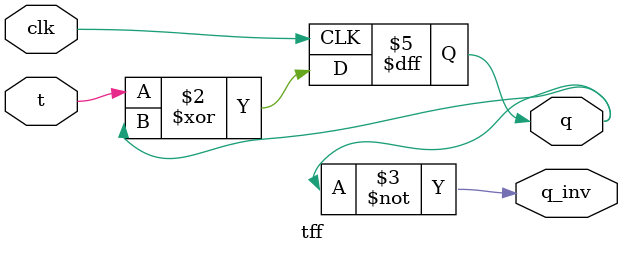
<source format=v>
`timescale 1ps/1ps

module tff (
    input t,
    input clk,
    output reg q,
    output q_inv
    );

    initial q <= 1'B0;
    
    always @ (posedge clk)
    begin
      q <= t ^ q;
    end

    assign q_inv = ~q;
endmodule
</source>
